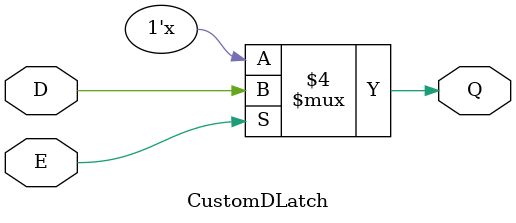
<source format=v>
module CustomDLatch(
    input D,
    input E,
    output reg Q
);
    always @(D or E)
    begin
    if(E == 1) Q = D;
    else Q = Q;
    end
endmodule
</source>
